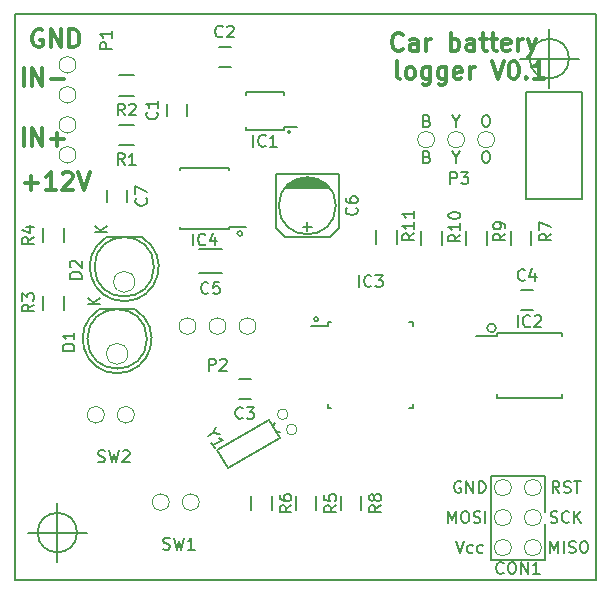
<source format=gto>
G04 #@! TF.FileFunction,Legend,Top*
%FSLAX46Y46*%
G04 Gerber Fmt 4.6, Leading zero omitted, Abs format (unit mm)*
G04 Created by KiCad (PCBNEW 4.0.2-4+6225~38~ubuntu14.04.1-stable) date Fri 13 May 2016 19:11:25 BST*
%MOMM*%
G01*
G04 APERTURE LIST*
%ADD10C,0.100000*%
%ADD11C,0.150000*%
%ADD12C,0.300000*%
%ADD13C,0.200000*%
G04 APERTURE END LIST*
D10*
D11*
X75192000Y-113481000D02*
X75319000Y-113481000D01*
X75192000Y-65602000D02*
X75192000Y-113481000D01*
X124341000Y-65602000D02*
X75192000Y-65602000D01*
X124341000Y-113481000D02*
X124341000Y-65602000D01*
X75319000Y-113481000D02*
X124341000Y-113481000D01*
D12*
X107985715Y-68535714D02*
X107914286Y-68607143D01*
X107700000Y-68678571D01*
X107557143Y-68678571D01*
X107342858Y-68607143D01*
X107200000Y-68464286D01*
X107128572Y-68321429D01*
X107057143Y-68035714D01*
X107057143Y-67821429D01*
X107128572Y-67535714D01*
X107200000Y-67392857D01*
X107342858Y-67250000D01*
X107557143Y-67178571D01*
X107700000Y-67178571D01*
X107914286Y-67250000D01*
X107985715Y-67321429D01*
X109271429Y-68678571D02*
X109271429Y-67892857D01*
X109200000Y-67750000D01*
X109057143Y-67678571D01*
X108771429Y-67678571D01*
X108628572Y-67750000D01*
X109271429Y-68607143D02*
X109128572Y-68678571D01*
X108771429Y-68678571D01*
X108628572Y-68607143D01*
X108557143Y-68464286D01*
X108557143Y-68321429D01*
X108628572Y-68178571D01*
X108771429Y-68107143D01*
X109128572Y-68107143D01*
X109271429Y-68035714D01*
X109985715Y-68678571D02*
X109985715Y-67678571D01*
X109985715Y-67964286D02*
X110057143Y-67821429D01*
X110128572Y-67750000D01*
X110271429Y-67678571D01*
X110414286Y-67678571D01*
X112057143Y-68678571D02*
X112057143Y-67178571D01*
X112057143Y-67750000D02*
X112200000Y-67678571D01*
X112485714Y-67678571D01*
X112628571Y-67750000D01*
X112700000Y-67821429D01*
X112771429Y-67964286D01*
X112771429Y-68392857D01*
X112700000Y-68535714D01*
X112628571Y-68607143D01*
X112485714Y-68678571D01*
X112200000Y-68678571D01*
X112057143Y-68607143D01*
X114057143Y-68678571D02*
X114057143Y-67892857D01*
X113985714Y-67750000D01*
X113842857Y-67678571D01*
X113557143Y-67678571D01*
X113414286Y-67750000D01*
X114057143Y-68607143D02*
X113914286Y-68678571D01*
X113557143Y-68678571D01*
X113414286Y-68607143D01*
X113342857Y-68464286D01*
X113342857Y-68321429D01*
X113414286Y-68178571D01*
X113557143Y-68107143D01*
X113914286Y-68107143D01*
X114057143Y-68035714D01*
X114557143Y-67678571D02*
X115128572Y-67678571D01*
X114771429Y-67178571D02*
X114771429Y-68464286D01*
X114842857Y-68607143D01*
X114985715Y-68678571D01*
X115128572Y-68678571D01*
X115414286Y-67678571D02*
X115985715Y-67678571D01*
X115628572Y-67178571D02*
X115628572Y-68464286D01*
X115700000Y-68607143D01*
X115842858Y-68678571D01*
X115985715Y-68678571D01*
X117057143Y-68607143D02*
X116914286Y-68678571D01*
X116628572Y-68678571D01*
X116485715Y-68607143D01*
X116414286Y-68464286D01*
X116414286Y-67892857D01*
X116485715Y-67750000D01*
X116628572Y-67678571D01*
X116914286Y-67678571D01*
X117057143Y-67750000D01*
X117128572Y-67892857D01*
X117128572Y-68035714D01*
X116414286Y-68178571D01*
X117771429Y-68678571D02*
X117771429Y-67678571D01*
X117771429Y-67964286D02*
X117842857Y-67821429D01*
X117914286Y-67750000D01*
X118057143Y-67678571D01*
X118200000Y-67678571D01*
X118557143Y-67678571D02*
X118914286Y-68678571D01*
X119271428Y-67678571D02*
X118914286Y-68678571D01*
X118771428Y-69035714D01*
X118700000Y-69107143D01*
X118557143Y-69178571D01*
X107735716Y-71078571D02*
X107592858Y-71007143D01*
X107521430Y-70864286D01*
X107521430Y-69578571D01*
X108521430Y-71078571D02*
X108378572Y-71007143D01*
X108307144Y-70935714D01*
X108235715Y-70792857D01*
X108235715Y-70364286D01*
X108307144Y-70221429D01*
X108378572Y-70150000D01*
X108521430Y-70078571D01*
X108735715Y-70078571D01*
X108878572Y-70150000D01*
X108950001Y-70221429D01*
X109021430Y-70364286D01*
X109021430Y-70792857D01*
X108950001Y-70935714D01*
X108878572Y-71007143D01*
X108735715Y-71078571D01*
X108521430Y-71078571D01*
X110307144Y-70078571D02*
X110307144Y-71292857D01*
X110235715Y-71435714D01*
X110164287Y-71507143D01*
X110021430Y-71578571D01*
X109807144Y-71578571D01*
X109664287Y-71507143D01*
X110307144Y-71007143D02*
X110164287Y-71078571D01*
X109878573Y-71078571D01*
X109735715Y-71007143D01*
X109664287Y-70935714D01*
X109592858Y-70792857D01*
X109592858Y-70364286D01*
X109664287Y-70221429D01*
X109735715Y-70150000D01*
X109878573Y-70078571D01*
X110164287Y-70078571D01*
X110307144Y-70150000D01*
X111664287Y-70078571D02*
X111664287Y-71292857D01*
X111592858Y-71435714D01*
X111521430Y-71507143D01*
X111378573Y-71578571D01*
X111164287Y-71578571D01*
X111021430Y-71507143D01*
X111664287Y-71007143D02*
X111521430Y-71078571D01*
X111235716Y-71078571D01*
X111092858Y-71007143D01*
X111021430Y-70935714D01*
X110950001Y-70792857D01*
X110950001Y-70364286D01*
X111021430Y-70221429D01*
X111092858Y-70150000D01*
X111235716Y-70078571D01*
X111521430Y-70078571D01*
X111664287Y-70150000D01*
X112950001Y-71007143D02*
X112807144Y-71078571D01*
X112521430Y-71078571D01*
X112378573Y-71007143D01*
X112307144Y-70864286D01*
X112307144Y-70292857D01*
X112378573Y-70150000D01*
X112521430Y-70078571D01*
X112807144Y-70078571D01*
X112950001Y-70150000D01*
X113021430Y-70292857D01*
X113021430Y-70435714D01*
X112307144Y-70578571D01*
X113664287Y-71078571D02*
X113664287Y-70078571D01*
X113664287Y-70364286D02*
X113735715Y-70221429D01*
X113807144Y-70150000D01*
X113950001Y-70078571D01*
X114092858Y-70078571D01*
X115521429Y-69578571D02*
X116021429Y-71078571D01*
X116521429Y-69578571D01*
X117307143Y-69578571D02*
X117450000Y-69578571D01*
X117592857Y-69650000D01*
X117664286Y-69721429D01*
X117735715Y-69864286D01*
X117807143Y-70150000D01*
X117807143Y-70507143D01*
X117735715Y-70792857D01*
X117664286Y-70935714D01*
X117592857Y-71007143D01*
X117450000Y-71078571D01*
X117307143Y-71078571D01*
X117164286Y-71007143D01*
X117092857Y-70935714D01*
X117021429Y-70792857D01*
X116950000Y-70507143D01*
X116950000Y-70150000D01*
X117021429Y-69864286D01*
X117092857Y-69721429D01*
X117164286Y-69650000D01*
X117307143Y-69578571D01*
X118450000Y-70935714D02*
X118521428Y-71007143D01*
X118450000Y-71078571D01*
X118378571Y-71007143D01*
X118450000Y-70935714D01*
X118450000Y-71078571D01*
X119950000Y-71078571D02*
X119092857Y-71078571D01*
X119521429Y-71078571D02*
X119521429Y-69578571D01*
X119378572Y-69792857D01*
X119235714Y-69935714D01*
X119092857Y-70007143D01*
D13*
X118400000Y-81200000D02*
X118400000Y-72200000D01*
X123200000Y-81200000D02*
X118400000Y-81200000D01*
X123200000Y-72200000D02*
X123200000Y-81200000D01*
X118400000Y-72200000D02*
X123200000Y-72200000D01*
D11*
X80406666Y-109474000D02*
G75*
G03X80406666Y-109474000I-1666666J0D01*
G01*
X76240000Y-109474000D02*
X81240000Y-109474000D01*
X78740000Y-106974000D02*
X78740000Y-111974000D01*
X122062666Y-69342000D02*
G75*
G03X122062666Y-69342000I-1666666J0D01*
G01*
X117896000Y-69342000D02*
X122896000Y-69342000D01*
X120396000Y-66842000D02*
X120396000Y-71842000D01*
D12*
X75882714Y-76751571D02*
X75882714Y-75251571D01*
X76597000Y-76751571D02*
X76597000Y-75251571D01*
X77454143Y-76751571D01*
X77454143Y-75251571D01*
X78168429Y-76180143D02*
X79311286Y-76180143D01*
X78739857Y-76751571D02*
X78739857Y-75608714D01*
X75882714Y-71671571D02*
X75882714Y-70171571D01*
X76597000Y-71671571D02*
X76597000Y-70171571D01*
X77454143Y-71671571D01*
X77454143Y-70171571D01*
X78168429Y-71100143D02*
X79311286Y-71100143D01*
X75970144Y-79863143D02*
X77113001Y-79863143D01*
X76541572Y-80434571D02*
X76541572Y-79291714D01*
X78613001Y-80434571D02*
X77755858Y-80434571D01*
X78184430Y-80434571D02*
X78184430Y-78934571D01*
X78041573Y-79148857D01*
X77898715Y-79291714D01*
X77755858Y-79363143D01*
X79184429Y-79077429D02*
X79255858Y-79006000D01*
X79398715Y-78934571D01*
X79755858Y-78934571D01*
X79898715Y-79006000D01*
X79970144Y-79077429D01*
X80041572Y-79220286D01*
X80041572Y-79363143D01*
X79970144Y-79577429D01*
X79113001Y-80434571D01*
X80041572Y-80434571D01*
X80470143Y-78934571D02*
X80970143Y-80434571D01*
X81470143Y-78934571D01*
X77470143Y-66941000D02*
X77327286Y-66869571D01*
X77113000Y-66869571D01*
X76898715Y-66941000D01*
X76755857Y-67083857D01*
X76684429Y-67226714D01*
X76613000Y-67512429D01*
X76613000Y-67726714D01*
X76684429Y-68012429D01*
X76755857Y-68155286D01*
X76898715Y-68298143D01*
X77113000Y-68369571D01*
X77255857Y-68369571D01*
X77470143Y-68298143D01*
X77541572Y-68226714D01*
X77541572Y-67726714D01*
X77255857Y-67726714D01*
X78184429Y-68369571D02*
X78184429Y-66869571D01*
X79041572Y-68369571D01*
X79041572Y-66869571D01*
X79755858Y-68369571D02*
X79755858Y-66869571D01*
X80113001Y-66869571D01*
X80327286Y-66941000D01*
X80470144Y-67083857D01*
X80541572Y-67226714D01*
X80613001Y-67512429D01*
X80613001Y-67726714D01*
X80541572Y-68012429D01*
X80470144Y-68155286D01*
X80327286Y-68298143D01*
X80113001Y-68369571D01*
X79755858Y-68369571D01*
D11*
X88050000Y-73200000D02*
X88050000Y-74200000D01*
X89750000Y-74200000D02*
X89750000Y-73200000D01*
X93400000Y-68350000D02*
X92400000Y-68350000D01*
X92400000Y-70050000D02*
X93400000Y-70050000D01*
X94100000Y-98150000D02*
X95100000Y-98150000D01*
X95100000Y-96450000D02*
X94100000Y-96450000D01*
X119000000Y-88950000D02*
X118000000Y-88950000D01*
X118000000Y-90650000D02*
X119000000Y-90650000D01*
X90700000Y-87525000D02*
X92700000Y-87525000D01*
X92700000Y-85475000D02*
X90700000Y-85475000D01*
X100535000Y-79514000D02*
X99138000Y-79514000D01*
X100789000Y-79641000D02*
X99011000Y-79641000D01*
X101170000Y-79768000D02*
X98630000Y-79768000D01*
X98503000Y-79895000D02*
X101297000Y-79895000D01*
X101424000Y-80022000D02*
X98376000Y-80022000D01*
X98249000Y-80149000D02*
X101551000Y-80149000D01*
X101678000Y-80276000D02*
X98122000Y-80276000D01*
X102567000Y-79133000D02*
X102567000Y-83705000D01*
X102567000Y-83705000D02*
X101805000Y-84467000D01*
X101805000Y-84467000D02*
X97995000Y-84467000D01*
X97995000Y-84467000D02*
X97233000Y-83705000D01*
X97233000Y-83705000D02*
X97233000Y-79133000D01*
X97233000Y-79133000D02*
X102567000Y-79133000D01*
X99900000Y-83959000D02*
X99900000Y-83197000D01*
X100281000Y-83578000D02*
X99519000Y-83578000D01*
X102313000Y-81800000D02*
G75*
G03X102313000Y-81800000I-2413000J0D01*
G01*
X84650000Y-81500000D02*
X84650000Y-80500000D01*
X82950000Y-80500000D02*
X82950000Y-81500000D01*
X120016000Y-108708000D02*
X120016000Y-111756000D01*
X120016000Y-111756000D02*
X115444000Y-111756000D01*
X115444000Y-111756000D02*
X115444000Y-104644000D01*
X115444000Y-104644000D02*
X120016000Y-104644000D01*
X120016000Y-104644000D02*
X120016000Y-107692000D01*
X82275096Y-90585112D02*
G75*
G03X85300000Y-90570000I1524904J-2484888D01*
G01*
X82300000Y-90570000D02*
X85300000Y-90570000D01*
X86317936Y-93070000D02*
G75*
G03X86317936Y-93070000I-2517936J0D01*
G01*
X82875096Y-84485112D02*
G75*
G03X85900000Y-84470000I1524904J-2484888D01*
G01*
X82900000Y-84470000D02*
X85900000Y-84470000D01*
X86917936Y-86970000D02*
G75*
G03X86917936Y-86970000I-2517936J0D01*
G01*
X98508114Y-75550000D02*
G75*
G03X98508114Y-75550000I-158114J0D01*
G01*
X97925000Y-75425000D02*
X97925000Y-75150000D01*
X94675000Y-75425000D02*
X94675000Y-75150000D01*
X94675000Y-72175000D02*
X94675000Y-72450000D01*
X97925000Y-72175000D02*
X97925000Y-72450000D01*
X97925000Y-75425000D02*
X94675000Y-75425000D01*
X97925000Y-72175000D02*
X94675000Y-72175000D01*
X97925000Y-75150000D02*
X99000000Y-75150000D01*
X115860555Y-92150000D02*
G75*
G03X115860555Y-92150000I-360555J0D01*
G01*
X115950000Y-92545000D02*
X115950000Y-92845000D01*
X121450000Y-92545000D02*
X121450000Y-92845000D01*
X121450000Y-98055000D02*
X121450000Y-97755000D01*
X115950000Y-98055000D02*
X115950000Y-97755000D01*
X115950000Y-92545000D02*
X121450000Y-92545000D01*
X115950000Y-98055000D02*
X121450000Y-98055000D01*
X115950000Y-92845000D02*
X114200000Y-92845000D01*
X100830278Y-91400000D02*
G75*
G03X100830278Y-91400000I-180278J0D01*
G01*
X101625000Y-91675000D02*
X101625000Y-92000000D01*
X108875000Y-91675000D02*
X108875000Y-92000000D01*
X108875000Y-98925000D02*
X108875000Y-98600000D01*
X101625000Y-98925000D02*
X101625000Y-98600000D01*
X101625000Y-91675000D02*
X101950000Y-91675000D01*
X101625000Y-98925000D02*
X101950000Y-98925000D01*
X108875000Y-98925000D02*
X108550000Y-98925000D01*
X108875000Y-91675000D02*
X108550000Y-91675000D01*
X101625000Y-92000000D02*
X100200000Y-92000000D01*
X94412132Y-84150000D02*
G75*
G03X94412132Y-84150000I-212132J0D01*
G01*
X93275000Y-83775000D02*
X93275000Y-83630000D01*
X89125000Y-83775000D02*
X89125000Y-83630000D01*
X89125000Y-78625000D02*
X89125000Y-78770000D01*
X93275000Y-78625000D02*
X93275000Y-78770000D01*
X93275000Y-83775000D02*
X89125000Y-83775000D01*
X93275000Y-78625000D02*
X89125000Y-78625000D01*
X93275000Y-83630000D02*
X94675000Y-83630000D01*
X84000000Y-74925000D02*
X85200000Y-74925000D01*
X85200000Y-76675000D02*
X84000000Y-76675000D01*
X84000000Y-70725000D02*
X85200000Y-70725000D01*
X85200000Y-72475000D02*
X84000000Y-72475000D01*
X79275000Y-89400000D02*
X79275000Y-90600000D01*
X77525000Y-90600000D02*
X77525000Y-89400000D01*
X79275000Y-83700000D02*
X79275000Y-84900000D01*
X77525000Y-84900000D02*
X77525000Y-83700000D01*
X98925000Y-107600000D02*
X98925000Y-106400000D01*
X100675000Y-106400000D02*
X100675000Y-107600000D01*
X95125000Y-107600000D02*
X95125000Y-106400000D01*
X96875000Y-106400000D02*
X96875000Y-107600000D01*
X117125000Y-85100000D02*
X117125000Y-83900000D01*
X118875000Y-83900000D02*
X118875000Y-85100000D01*
X102725000Y-107600000D02*
X102725000Y-106400000D01*
X104475000Y-106400000D02*
X104475000Y-107600000D01*
X113325000Y-85100000D02*
X113325000Y-83900000D01*
X115075000Y-83900000D02*
X115075000Y-85100000D01*
X109525000Y-85100000D02*
X109525000Y-83900000D01*
X111275000Y-83900000D02*
X111275000Y-85100000D01*
X105725000Y-85050000D02*
X105725000Y-83850000D01*
X107475000Y-83850000D02*
X107475000Y-85050000D01*
X97267605Y-100984405D02*
X97576701Y-100920334D01*
X96967885Y-100465275D02*
X97177921Y-100229626D01*
X96668165Y-99946145D02*
X92295153Y-102470905D01*
X92295153Y-102470905D02*
X93194313Y-104028295D01*
X93194313Y-104028295D02*
X97567325Y-101503535D01*
X96668165Y-99946145D02*
X97567325Y-101503535D01*
D10*
X119712000Y-108200000D02*
G75*
G03X119712000Y-108200000I-712000J0D01*
G01*
X119712000Y-110740000D02*
G75*
G03X119712000Y-110740000I-712000J0D01*
G01*
X119712000Y-105660000D02*
G75*
G03X119712000Y-105660000I-712000J0D01*
G01*
X117172000Y-105660000D02*
G75*
G03X117172000Y-105660000I-712000J0D01*
G01*
X117172000Y-108200000D02*
G75*
G03X117172000Y-108200000I-712000J0D01*
G01*
X117172000Y-110740000D02*
G75*
G03X117172000Y-110740000I-712000J0D01*
G01*
X84700000Y-94340000D02*
G75*
G03X84700000Y-94340000I-900000J0D01*
G01*
X85300000Y-88240000D02*
G75*
G03X85300000Y-88240000I-900000J0D01*
G01*
X80312000Y-69860000D02*
G75*
G03X80312000Y-69860000I-712000J0D01*
G01*
X80312000Y-72400000D02*
G75*
G03X80312000Y-72400000I-712000J0D01*
G01*
X80312000Y-74940000D02*
G75*
G03X80312000Y-74940000I-712000J0D01*
G01*
X80312000Y-77480000D02*
G75*
G03X80312000Y-77480000I-712000J0D01*
G01*
X95552000Y-92000000D02*
G75*
G03X95552000Y-92000000I-712000J0D01*
G01*
X93012000Y-92000000D02*
G75*
G03X93012000Y-92000000I-712000J0D01*
G01*
X90472000Y-92000000D02*
G75*
G03X90472000Y-92000000I-712000J0D01*
G01*
X110672000Y-76200000D02*
G75*
G03X110672000Y-76200000I-712000J0D01*
G01*
X113212000Y-76200000D02*
G75*
G03X113212000Y-76200000I-712000J0D01*
G01*
X115752000Y-76200000D02*
G75*
G03X115752000Y-76200000I-712000J0D01*
G01*
X88212000Y-106900000D02*
G75*
G03X88212000Y-106900000I-712000J0D01*
G01*
X90752000Y-106900000D02*
G75*
G03X90752000Y-106900000I-712000J0D01*
G01*
X82712000Y-99500000D02*
G75*
G03X82712000Y-99500000I-712000J0D01*
G01*
X85252000Y-99500000D02*
G75*
G03X85252000Y-99500000I-712000J0D01*
G01*
X99025030Y-100748913D02*
G75*
G03X99025030Y-100748913I-450380J0D01*
G01*
X98275730Y-99451087D02*
G75*
G03X98275730Y-99451087I-450380J0D01*
G01*
D11*
X87157143Y-73866666D02*
X87204762Y-73914285D01*
X87252381Y-74057142D01*
X87252381Y-74152380D01*
X87204762Y-74295238D01*
X87109524Y-74390476D01*
X87014286Y-74438095D01*
X86823810Y-74485714D01*
X86680952Y-74485714D01*
X86490476Y-74438095D01*
X86395238Y-74390476D01*
X86300000Y-74295238D01*
X86252381Y-74152380D01*
X86252381Y-74057142D01*
X86300000Y-73914285D01*
X86347619Y-73866666D01*
X87252381Y-72914285D02*
X87252381Y-73485714D01*
X87252381Y-73200000D02*
X86252381Y-73200000D01*
X86395238Y-73295238D01*
X86490476Y-73390476D01*
X86538095Y-73485714D01*
X92733334Y-67457143D02*
X92685715Y-67504762D01*
X92542858Y-67552381D01*
X92447620Y-67552381D01*
X92304762Y-67504762D01*
X92209524Y-67409524D01*
X92161905Y-67314286D01*
X92114286Y-67123810D01*
X92114286Y-66980952D01*
X92161905Y-66790476D01*
X92209524Y-66695238D01*
X92304762Y-66600000D01*
X92447620Y-66552381D01*
X92542858Y-66552381D01*
X92685715Y-66600000D01*
X92733334Y-66647619D01*
X93114286Y-66647619D02*
X93161905Y-66600000D01*
X93257143Y-66552381D01*
X93495239Y-66552381D01*
X93590477Y-66600000D01*
X93638096Y-66647619D01*
X93685715Y-66742857D01*
X93685715Y-66838095D01*
X93638096Y-66980952D01*
X93066667Y-67552381D01*
X93685715Y-67552381D01*
X94433334Y-99757143D02*
X94385715Y-99804762D01*
X94242858Y-99852381D01*
X94147620Y-99852381D01*
X94004762Y-99804762D01*
X93909524Y-99709524D01*
X93861905Y-99614286D01*
X93814286Y-99423810D01*
X93814286Y-99280952D01*
X93861905Y-99090476D01*
X93909524Y-98995238D01*
X94004762Y-98900000D01*
X94147620Y-98852381D01*
X94242858Y-98852381D01*
X94385715Y-98900000D01*
X94433334Y-98947619D01*
X94766667Y-98852381D02*
X95385715Y-98852381D01*
X95052381Y-99233333D01*
X95195239Y-99233333D01*
X95290477Y-99280952D01*
X95338096Y-99328571D01*
X95385715Y-99423810D01*
X95385715Y-99661905D01*
X95338096Y-99757143D01*
X95290477Y-99804762D01*
X95195239Y-99852381D01*
X94909524Y-99852381D01*
X94814286Y-99804762D01*
X94766667Y-99757143D01*
X118333334Y-88057143D02*
X118285715Y-88104762D01*
X118142858Y-88152381D01*
X118047620Y-88152381D01*
X117904762Y-88104762D01*
X117809524Y-88009524D01*
X117761905Y-87914286D01*
X117714286Y-87723810D01*
X117714286Y-87580952D01*
X117761905Y-87390476D01*
X117809524Y-87295238D01*
X117904762Y-87200000D01*
X118047620Y-87152381D01*
X118142858Y-87152381D01*
X118285715Y-87200000D01*
X118333334Y-87247619D01*
X119190477Y-87485714D02*
X119190477Y-88152381D01*
X118952381Y-87104762D02*
X118714286Y-87819048D01*
X119333334Y-87819048D01*
X91533334Y-89157143D02*
X91485715Y-89204762D01*
X91342858Y-89252381D01*
X91247620Y-89252381D01*
X91104762Y-89204762D01*
X91009524Y-89109524D01*
X90961905Y-89014286D01*
X90914286Y-88823810D01*
X90914286Y-88680952D01*
X90961905Y-88490476D01*
X91009524Y-88395238D01*
X91104762Y-88300000D01*
X91247620Y-88252381D01*
X91342858Y-88252381D01*
X91485715Y-88300000D01*
X91533334Y-88347619D01*
X92438096Y-88252381D02*
X91961905Y-88252381D01*
X91914286Y-88728571D01*
X91961905Y-88680952D01*
X92057143Y-88633333D01*
X92295239Y-88633333D01*
X92390477Y-88680952D01*
X92438096Y-88728571D01*
X92485715Y-88823810D01*
X92485715Y-89061905D01*
X92438096Y-89157143D01*
X92390477Y-89204762D01*
X92295239Y-89252381D01*
X92057143Y-89252381D01*
X91961905Y-89204762D01*
X91914286Y-89157143D01*
X104067143Y-81966666D02*
X104114762Y-82014285D01*
X104162381Y-82157142D01*
X104162381Y-82252380D01*
X104114762Y-82395238D01*
X104019524Y-82490476D01*
X103924286Y-82538095D01*
X103733810Y-82585714D01*
X103590952Y-82585714D01*
X103400476Y-82538095D01*
X103305238Y-82490476D01*
X103210000Y-82395238D01*
X103162381Y-82252380D01*
X103162381Y-82157142D01*
X103210000Y-82014285D01*
X103257619Y-81966666D01*
X103162381Y-81109523D02*
X103162381Y-81300000D01*
X103210000Y-81395238D01*
X103257619Y-81442857D01*
X103400476Y-81538095D01*
X103590952Y-81585714D01*
X103971905Y-81585714D01*
X104067143Y-81538095D01*
X104114762Y-81490476D01*
X104162381Y-81395238D01*
X104162381Y-81204761D01*
X104114762Y-81109523D01*
X104067143Y-81061904D01*
X103971905Y-81014285D01*
X103733810Y-81014285D01*
X103638571Y-81061904D01*
X103590952Y-81109523D01*
X103543333Y-81204761D01*
X103543333Y-81395238D01*
X103590952Y-81490476D01*
X103638571Y-81538095D01*
X103733810Y-81585714D01*
X86257143Y-81166666D02*
X86304762Y-81214285D01*
X86352381Y-81357142D01*
X86352381Y-81452380D01*
X86304762Y-81595238D01*
X86209524Y-81690476D01*
X86114286Y-81738095D01*
X85923810Y-81785714D01*
X85780952Y-81785714D01*
X85590476Y-81738095D01*
X85495238Y-81690476D01*
X85400000Y-81595238D01*
X85352381Y-81452380D01*
X85352381Y-81357142D01*
X85400000Y-81214285D01*
X85447619Y-81166666D01*
X85352381Y-80833333D02*
X85352381Y-80166666D01*
X86352381Y-80595238D01*
X116515715Y-112875143D02*
X116468096Y-112922762D01*
X116325239Y-112970381D01*
X116230001Y-112970381D01*
X116087143Y-112922762D01*
X115991905Y-112827524D01*
X115944286Y-112732286D01*
X115896667Y-112541810D01*
X115896667Y-112398952D01*
X115944286Y-112208476D01*
X115991905Y-112113238D01*
X116087143Y-112018000D01*
X116230001Y-111970381D01*
X116325239Y-111970381D01*
X116468096Y-112018000D01*
X116515715Y-112065619D01*
X117134762Y-111970381D02*
X117325239Y-111970381D01*
X117420477Y-112018000D01*
X117515715Y-112113238D01*
X117563334Y-112303714D01*
X117563334Y-112637048D01*
X117515715Y-112827524D01*
X117420477Y-112922762D01*
X117325239Y-112970381D01*
X117134762Y-112970381D01*
X117039524Y-112922762D01*
X116944286Y-112827524D01*
X116896667Y-112637048D01*
X116896667Y-112303714D01*
X116944286Y-112113238D01*
X117039524Y-112018000D01*
X117134762Y-111970381D01*
X117991905Y-112970381D02*
X117991905Y-111970381D01*
X118563334Y-112970381D01*
X118563334Y-111970381D01*
X119563334Y-112970381D02*
X118991905Y-112970381D01*
X119277619Y-112970381D02*
X119277619Y-111970381D01*
X119182381Y-112113238D01*
X119087143Y-112208476D01*
X118991905Y-112256095D01*
X121246381Y-106112381D02*
X120913047Y-105636190D01*
X120674952Y-106112381D02*
X120674952Y-105112381D01*
X121055905Y-105112381D01*
X121151143Y-105160000D01*
X121198762Y-105207619D01*
X121246381Y-105302857D01*
X121246381Y-105445714D01*
X121198762Y-105540952D01*
X121151143Y-105588571D01*
X121055905Y-105636190D01*
X120674952Y-105636190D01*
X121627333Y-106064762D02*
X121770190Y-106112381D01*
X122008286Y-106112381D01*
X122103524Y-106064762D01*
X122151143Y-106017143D01*
X122198762Y-105921905D01*
X122198762Y-105826667D01*
X122151143Y-105731429D01*
X122103524Y-105683810D01*
X122008286Y-105636190D01*
X121817809Y-105588571D01*
X121722571Y-105540952D01*
X121674952Y-105493333D01*
X121627333Y-105398095D01*
X121627333Y-105302857D01*
X121674952Y-105207619D01*
X121722571Y-105160000D01*
X121817809Y-105112381D01*
X122055905Y-105112381D01*
X122198762Y-105160000D01*
X122484476Y-105112381D02*
X123055905Y-105112381D01*
X122770190Y-106112381D02*
X122770190Y-105112381D01*
X120508286Y-108604762D02*
X120651143Y-108652381D01*
X120889239Y-108652381D01*
X120984477Y-108604762D01*
X121032096Y-108557143D01*
X121079715Y-108461905D01*
X121079715Y-108366667D01*
X121032096Y-108271429D01*
X120984477Y-108223810D01*
X120889239Y-108176190D01*
X120698762Y-108128571D01*
X120603524Y-108080952D01*
X120555905Y-108033333D01*
X120508286Y-107938095D01*
X120508286Y-107842857D01*
X120555905Y-107747619D01*
X120603524Y-107700000D01*
X120698762Y-107652381D01*
X120936858Y-107652381D01*
X121079715Y-107700000D01*
X122079715Y-108557143D02*
X122032096Y-108604762D01*
X121889239Y-108652381D01*
X121794001Y-108652381D01*
X121651143Y-108604762D01*
X121555905Y-108509524D01*
X121508286Y-108414286D01*
X121460667Y-108223810D01*
X121460667Y-108080952D01*
X121508286Y-107890476D01*
X121555905Y-107795238D01*
X121651143Y-107700000D01*
X121794001Y-107652381D01*
X121889239Y-107652381D01*
X122032096Y-107700000D01*
X122079715Y-107747619D01*
X122508286Y-108652381D02*
X122508286Y-107652381D01*
X123079715Y-108652381D02*
X122651143Y-108080952D01*
X123079715Y-107652381D02*
X122508286Y-108223810D01*
X120476572Y-111192381D02*
X120476572Y-110192381D01*
X120809906Y-110906667D01*
X121143239Y-110192381D01*
X121143239Y-111192381D01*
X121619429Y-111192381D02*
X121619429Y-110192381D01*
X122048000Y-111144762D02*
X122190857Y-111192381D01*
X122428953Y-111192381D01*
X122524191Y-111144762D01*
X122571810Y-111097143D01*
X122619429Y-111001905D01*
X122619429Y-110906667D01*
X122571810Y-110811429D01*
X122524191Y-110763810D01*
X122428953Y-110716190D01*
X122238476Y-110668571D01*
X122143238Y-110620952D01*
X122095619Y-110573333D01*
X122048000Y-110478095D01*
X122048000Y-110382857D01*
X122095619Y-110287619D01*
X122143238Y-110240000D01*
X122238476Y-110192381D01*
X122476572Y-110192381D01*
X122619429Y-110240000D01*
X123238476Y-110192381D02*
X123428953Y-110192381D01*
X123524191Y-110240000D01*
X123619429Y-110335238D01*
X123667048Y-110525714D01*
X123667048Y-110859048D01*
X123619429Y-111049524D01*
X123524191Y-111144762D01*
X123428953Y-111192381D01*
X123238476Y-111192381D01*
X123143238Y-111144762D01*
X123048000Y-111049524D01*
X123000381Y-110859048D01*
X123000381Y-110525714D01*
X123048000Y-110335238D01*
X123143238Y-110240000D01*
X123238476Y-110192381D01*
X112904096Y-105160000D02*
X112808858Y-105112381D01*
X112666001Y-105112381D01*
X112523143Y-105160000D01*
X112427905Y-105255238D01*
X112380286Y-105350476D01*
X112332667Y-105540952D01*
X112332667Y-105683810D01*
X112380286Y-105874286D01*
X112427905Y-105969524D01*
X112523143Y-106064762D01*
X112666001Y-106112381D01*
X112761239Y-106112381D01*
X112904096Y-106064762D01*
X112951715Y-106017143D01*
X112951715Y-105683810D01*
X112761239Y-105683810D01*
X113380286Y-106112381D02*
X113380286Y-105112381D01*
X113951715Y-106112381D01*
X113951715Y-105112381D01*
X114427905Y-106112381D02*
X114427905Y-105112381D01*
X114666000Y-105112381D01*
X114808858Y-105160000D01*
X114904096Y-105255238D01*
X114951715Y-105350476D01*
X114999334Y-105540952D01*
X114999334Y-105683810D01*
X114951715Y-105874286D01*
X114904096Y-105969524D01*
X114808858Y-106064762D01*
X114666000Y-106112381D01*
X114427905Y-106112381D01*
X111840572Y-108652381D02*
X111840572Y-107652381D01*
X112173906Y-108366667D01*
X112507239Y-107652381D01*
X112507239Y-108652381D01*
X113173905Y-107652381D02*
X113364382Y-107652381D01*
X113459620Y-107700000D01*
X113554858Y-107795238D01*
X113602477Y-107985714D01*
X113602477Y-108319048D01*
X113554858Y-108509524D01*
X113459620Y-108604762D01*
X113364382Y-108652381D01*
X113173905Y-108652381D01*
X113078667Y-108604762D01*
X112983429Y-108509524D01*
X112935810Y-108319048D01*
X112935810Y-107985714D01*
X112983429Y-107795238D01*
X113078667Y-107700000D01*
X113173905Y-107652381D01*
X113983429Y-108604762D02*
X114126286Y-108652381D01*
X114364382Y-108652381D01*
X114459620Y-108604762D01*
X114507239Y-108557143D01*
X114554858Y-108461905D01*
X114554858Y-108366667D01*
X114507239Y-108271429D01*
X114459620Y-108223810D01*
X114364382Y-108176190D01*
X114173905Y-108128571D01*
X114078667Y-108080952D01*
X114031048Y-108033333D01*
X113983429Y-107938095D01*
X113983429Y-107842857D01*
X114031048Y-107747619D01*
X114078667Y-107700000D01*
X114173905Y-107652381D01*
X114412001Y-107652381D01*
X114554858Y-107700000D01*
X114983429Y-108652381D02*
X114983429Y-107652381D01*
X112475524Y-110192381D02*
X112808857Y-111192381D01*
X113142191Y-110192381D01*
X113904096Y-111144762D02*
X113808858Y-111192381D01*
X113618381Y-111192381D01*
X113523143Y-111144762D01*
X113475524Y-111097143D01*
X113427905Y-111001905D01*
X113427905Y-110716190D01*
X113475524Y-110620952D01*
X113523143Y-110573333D01*
X113618381Y-110525714D01*
X113808858Y-110525714D01*
X113904096Y-110573333D01*
X114761239Y-111144762D02*
X114666001Y-111192381D01*
X114475524Y-111192381D01*
X114380286Y-111144762D01*
X114332667Y-111097143D01*
X114285048Y-111001905D01*
X114285048Y-110716190D01*
X114332667Y-110620952D01*
X114380286Y-110573333D01*
X114475524Y-110525714D01*
X114666001Y-110525714D01*
X114761239Y-110573333D01*
X80188381Y-94062095D02*
X79188381Y-94062095D01*
X79188381Y-93824000D01*
X79236000Y-93681142D01*
X79331238Y-93585904D01*
X79426476Y-93538285D01*
X79616952Y-93490666D01*
X79759810Y-93490666D01*
X79950286Y-93538285D01*
X80045524Y-93585904D01*
X80140762Y-93681142D01*
X80188381Y-93824000D01*
X80188381Y-94062095D01*
X80188381Y-92538285D02*
X80188381Y-93109714D01*
X80188381Y-92824000D02*
X79188381Y-92824000D01*
X79331238Y-92919238D01*
X79426476Y-93014476D01*
X79474095Y-93109714D01*
X82347381Y-90156905D02*
X81347381Y-90156905D01*
X82347381Y-89585476D02*
X81775952Y-90014048D01*
X81347381Y-89585476D02*
X81918810Y-90156905D01*
X80788381Y-87962095D02*
X79788381Y-87962095D01*
X79788381Y-87724000D01*
X79836000Y-87581142D01*
X79931238Y-87485904D01*
X80026476Y-87438285D01*
X80216952Y-87390666D01*
X80359810Y-87390666D01*
X80550286Y-87438285D01*
X80645524Y-87485904D01*
X80740762Y-87581142D01*
X80788381Y-87724000D01*
X80788381Y-87962095D01*
X79883619Y-87009714D02*
X79836000Y-86962095D01*
X79788381Y-86866857D01*
X79788381Y-86628761D01*
X79836000Y-86533523D01*
X79883619Y-86485904D01*
X79978857Y-86438285D01*
X80074095Y-86438285D01*
X80216952Y-86485904D01*
X80788381Y-87057333D01*
X80788381Y-86438285D01*
X82947381Y-84056905D02*
X81947381Y-84056905D01*
X82947381Y-83485476D02*
X82375952Y-83914048D01*
X81947381Y-83485476D02*
X82518810Y-84056905D01*
X95323810Y-76802381D02*
X95323810Y-75802381D01*
X96371429Y-76707143D02*
X96323810Y-76754762D01*
X96180953Y-76802381D01*
X96085715Y-76802381D01*
X95942857Y-76754762D01*
X95847619Y-76659524D01*
X95800000Y-76564286D01*
X95752381Y-76373810D01*
X95752381Y-76230952D01*
X95800000Y-76040476D01*
X95847619Y-75945238D01*
X95942857Y-75850000D01*
X96085715Y-75802381D01*
X96180953Y-75802381D01*
X96323810Y-75850000D01*
X96371429Y-75897619D01*
X97323810Y-76802381D02*
X96752381Y-76802381D01*
X97038095Y-76802381D02*
X97038095Y-75802381D01*
X96942857Y-75945238D01*
X96847619Y-76040476D01*
X96752381Y-76088095D01*
X117723810Y-92072381D02*
X117723810Y-91072381D01*
X118771429Y-91977143D02*
X118723810Y-92024762D01*
X118580953Y-92072381D01*
X118485715Y-92072381D01*
X118342857Y-92024762D01*
X118247619Y-91929524D01*
X118200000Y-91834286D01*
X118152381Y-91643810D01*
X118152381Y-91500952D01*
X118200000Y-91310476D01*
X118247619Y-91215238D01*
X118342857Y-91120000D01*
X118485715Y-91072381D01*
X118580953Y-91072381D01*
X118723810Y-91120000D01*
X118771429Y-91167619D01*
X119152381Y-91167619D02*
X119200000Y-91120000D01*
X119295238Y-91072381D01*
X119533334Y-91072381D01*
X119628572Y-91120000D01*
X119676191Y-91167619D01*
X119723810Y-91262857D01*
X119723810Y-91358095D01*
X119676191Y-91500952D01*
X119104762Y-92072381D01*
X119723810Y-92072381D01*
X104273810Y-88672381D02*
X104273810Y-87672381D01*
X105321429Y-88577143D02*
X105273810Y-88624762D01*
X105130953Y-88672381D01*
X105035715Y-88672381D01*
X104892857Y-88624762D01*
X104797619Y-88529524D01*
X104750000Y-88434286D01*
X104702381Y-88243810D01*
X104702381Y-88100952D01*
X104750000Y-87910476D01*
X104797619Y-87815238D01*
X104892857Y-87720000D01*
X105035715Y-87672381D01*
X105130953Y-87672381D01*
X105273810Y-87720000D01*
X105321429Y-87767619D01*
X105654762Y-87672381D02*
X106273810Y-87672381D01*
X105940476Y-88053333D01*
X106083334Y-88053333D01*
X106178572Y-88100952D01*
X106226191Y-88148571D01*
X106273810Y-88243810D01*
X106273810Y-88481905D01*
X106226191Y-88577143D01*
X106178572Y-88624762D01*
X106083334Y-88672381D01*
X105797619Y-88672381D01*
X105702381Y-88624762D01*
X105654762Y-88577143D01*
X90223810Y-85152381D02*
X90223810Y-84152381D01*
X91271429Y-85057143D02*
X91223810Y-85104762D01*
X91080953Y-85152381D01*
X90985715Y-85152381D01*
X90842857Y-85104762D01*
X90747619Y-85009524D01*
X90700000Y-84914286D01*
X90652381Y-84723810D01*
X90652381Y-84580952D01*
X90700000Y-84390476D01*
X90747619Y-84295238D01*
X90842857Y-84200000D01*
X90985715Y-84152381D01*
X91080953Y-84152381D01*
X91223810Y-84200000D01*
X91271429Y-84247619D01*
X92128572Y-84485714D02*
X92128572Y-85152381D01*
X91890476Y-84104762D02*
X91652381Y-84819048D01*
X92271429Y-84819048D01*
X83352381Y-68538095D02*
X82352381Y-68538095D01*
X82352381Y-68157142D01*
X82400000Y-68061904D01*
X82447619Y-68014285D01*
X82542857Y-67966666D01*
X82685714Y-67966666D01*
X82780952Y-68014285D01*
X82828571Y-68061904D01*
X82876190Y-68157142D01*
X82876190Y-68538095D01*
X83352381Y-67014285D02*
X83352381Y-67585714D01*
X83352381Y-67300000D02*
X82352381Y-67300000D01*
X82495238Y-67395238D01*
X82590476Y-67490476D01*
X82638095Y-67585714D01*
X91561905Y-95754381D02*
X91561905Y-94754381D01*
X91942858Y-94754381D01*
X92038096Y-94802000D01*
X92085715Y-94849619D01*
X92133334Y-94944857D01*
X92133334Y-95087714D01*
X92085715Y-95182952D01*
X92038096Y-95230571D01*
X91942858Y-95278190D01*
X91561905Y-95278190D01*
X92514286Y-94849619D02*
X92561905Y-94802000D01*
X92657143Y-94754381D01*
X92895239Y-94754381D01*
X92990477Y-94802000D01*
X93038096Y-94849619D01*
X93085715Y-94944857D01*
X93085715Y-95040095D01*
X93038096Y-95182952D01*
X92466667Y-95754381D01*
X93085715Y-95754381D01*
X112015905Y-79954381D02*
X112015905Y-78954381D01*
X112396858Y-78954381D01*
X112492096Y-79002000D01*
X112539715Y-79049619D01*
X112587334Y-79144857D01*
X112587334Y-79287714D01*
X112539715Y-79382952D01*
X112492096Y-79430571D01*
X112396858Y-79478190D01*
X112015905Y-79478190D01*
X112920667Y-78954381D02*
X113539715Y-78954381D01*
X113206381Y-79335333D01*
X113349239Y-79335333D01*
X113444477Y-79382952D01*
X113492096Y-79430571D01*
X113539715Y-79525810D01*
X113539715Y-79763905D01*
X113492096Y-79859143D01*
X113444477Y-79906762D01*
X113349239Y-79954381D01*
X113063524Y-79954381D01*
X112968286Y-79906762D01*
X112920667Y-79859143D01*
X114944762Y-74128381D02*
X115135239Y-74128381D01*
X115230477Y-74176000D01*
X115325715Y-74271238D01*
X115373334Y-74461714D01*
X115373334Y-74795048D01*
X115325715Y-74985524D01*
X115230477Y-75080762D01*
X115135239Y-75128381D01*
X114944762Y-75128381D01*
X114849524Y-75080762D01*
X114754286Y-74985524D01*
X114706667Y-74795048D01*
X114706667Y-74461714D01*
X114754286Y-74271238D01*
X114849524Y-74176000D01*
X114944762Y-74128381D01*
X112500000Y-74652190D02*
X112500000Y-75128381D01*
X112166667Y-74128381D02*
X112500000Y-74652190D01*
X112833334Y-74128381D01*
X110031429Y-74604571D02*
X110174286Y-74652190D01*
X110221905Y-74699810D01*
X110269524Y-74795048D01*
X110269524Y-74937905D01*
X110221905Y-75033143D01*
X110174286Y-75080762D01*
X110079048Y-75128381D01*
X109698095Y-75128381D01*
X109698095Y-74128381D01*
X110031429Y-74128381D01*
X110126667Y-74176000D01*
X110174286Y-74223619D01*
X110221905Y-74318857D01*
X110221905Y-74414095D01*
X110174286Y-74509333D01*
X110126667Y-74556952D01*
X110031429Y-74604571D01*
X109698095Y-74604571D01*
X114944762Y-77176381D02*
X115135239Y-77176381D01*
X115230477Y-77224000D01*
X115325715Y-77319238D01*
X115373334Y-77509714D01*
X115373334Y-77843048D01*
X115325715Y-78033524D01*
X115230477Y-78128762D01*
X115135239Y-78176381D01*
X114944762Y-78176381D01*
X114849524Y-78128762D01*
X114754286Y-78033524D01*
X114706667Y-77843048D01*
X114706667Y-77509714D01*
X114754286Y-77319238D01*
X114849524Y-77224000D01*
X114944762Y-77176381D01*
X112500000Y-77700190D02*
X112500000Y-78176381D01*
X112166667Y-77176381D02*
X112500000Y-77700190D01*
X112833334Y-77176381D01*
X110031429Y-77652571D02*
X110174286Y-77700190D01*
X110221905Y-77747810D01*
X110269524Y-77843048D01*
X110269524Y-77985905D01*
X110221905Y-78081143D01*
X110174286Y-78128762D01*
X110079048Y-78176381D01*
X109698095Y-78176381D01*
X109698095Y-77176381D01*
X110031429Y-77176381D01*
X110126667Y-77224000D01*
X110174286Y-77271619D01*
X110221905Y-77366857D01*
X110221905Y-77462095D01*
X110174286Y-77557333D01*
X110126667Y-77604952D01*
X110031429Y-77652571D01*
X109698095Y-77652571D01*
X84433334Y-78352381D02*
X84100000Y-77876190D01*
X83861905Y-78352381D02*
X83861905Y-77352381D01*
X84242858Y-77352381D01*
X84338096Y-77400000D01*
X84385715Y-77447619D01*
X84433334Y-77542857D01*
X84433334Y-77685714D01*
X84385715Y-77780952D01*
X84338096Y-77828571D01*
X84242858Y-77876190D01*
X83861905Y-77876190D01*
X85385715Y-78352381D02*
X84814286Y-78352381D01*
X85100000Y-78352381D02*
X85100000Y-77352381D01*
X85004762Y-77495238D01*
X84909524Y-77590476D01*
X84814286Y-77638095D01*
X84433334Y-74152381D02*
X84100000Y-73676190D01*
X83861905Y-74152381D02*
X83861905Y-73152381D01*
X84242858Y-73152381D01*
X84338096Y-73200000D01*
X84385715Y-73247619D01*
X84433334Y-73342857D01*
X84433334Y-73485714D01*
X84385715Y-73580952D01*
X84338096Y-73628571D01*
X84242858Y-73676190D01*
X83861905Y-73676190D01*
X84814286Y-73247619D02*
X84861905Y-73200000D01*
X84957143Y-73152381D01*
X85195239Y-73152381D01*
X85290477Y-73200000D01*
X85338096Y-73247619D01*
X85385715Y-73342857D01*
X85385715Y-73438095D01*
X85338096Y-73580952D01*
X84766667Y-74152381D01*
X85385715Y-74152381D01*
X76752381Y-90166666D02*
X76276190Y-90500000D01*
X76752381Y-90738095D02*
X75752381Y-90738095D01*
X75752381Y-90357142D01*
X75800000Y-90261904D01*
X75847619Y-90214285D01*
X75942857Y-90166666D01*
X76085714Y-90166666D01*
X76180952Y-90214285D01*
X76228571Y-90261904D01*
X76276190Y-90357142D01*
X76276190Y-90738095D01*
X75752381Y-89833333D02*
X75752381Y-89214285D01*
X76133333Y-89547619D01*
X76133333Y-89404761D01*
X76180952Y-89309523D01*
X76228571Y-89261904D01*
X76323810Y-89214285D01*
X76561905Y-89214285D01*
X76657143Y-89261904D01*
X76704762Y-89309523D01*
X76752381Y-89404761D01*
X76752381Y-89690476D01*
X76704762Y-89785714D01*
X76657143Y-89833333D01*
X76752381Y-84466666D02*
X76276190Y-84800000D01*
X76752381Y-85038095D02*
X75752381Y-85038095D01*
X75752381Y-84657142D01*
X75800000Y-84561904D01*
X75847619Y-84514285D01*
X75942857Y-84466666D01*
X76085714Y-84466666D01*
X76180952Y-84514285D01*
X76228571Y-84561904D01*
X76276190Y-84657142D01*
X76276190Y-85038095D01*
X76085714Y-83609523D02*
X76752381Y-83609523D01*
X75704762Y-83847619D02*
X76419048Y-84085714D01*
X76419048Y-83466666D01*
X102352381Y-107166666D02*
X101876190Y-107500000D01*
X102352381Y-107738095D02*
X101352381Y-107738095D01*
X101352381Y-107357142D01*
X101400000Y-107261904D01*
X101447619Y-107214285D01*
X101542857Y-107166666D01*
X101685714Y-107166666D01*
X101780952Y-107214285D01*
X101828571Y-107261904D01*
X101876190Y-107357142D01*
X101876190Y-107738095D01*
X101352381Y-106261904D02*
X101352381Y-106738095D01*
X101828571Y-106785714D01*
X101780952Y-106738095D01*
X101733333Y-106642857D01*
X101733333Y-106404761D01*
X101780952Y-106309523D01*
X101828571Y-106261904D01*
X101923810Y-106214285D01*
X102161905Y-106214285D01*
X102257143Y-106261904D01*
X102304762Y-106309523D01*
X102352381Y-106404761D01*
X102352381Y-106642857D01*
X102304762Y-106738095D01*
X102257143Y-106785714D01*
X98552381Y-107166666D02*
X98076190Y-107500000D01*
X98552381Y-107738095D02*
X97552381Y-107738095D01*
X97552381Y-107357142D01*
X97600000Y-107261904D01*
X97647619Y-107214285D01*
X97742857Y-107166666D01*
X97885714Y-107166666D01*
X97980952Y-107214285D01*
X98028571Y-107261904D01*
X98076190Y-107357142D01*
X98076190Y-107738095D01*
X97552381Y-106309523D02*
X97552381Y-106500000D01*
X97600000Y-106595238D01*
X97647619Y-106642857D01*
X97790476Y-106738095D01*
X97980952Y-106785714D01*
X98361905Y-106785714D01*
X98457143Y-106738095D01*
X98504762Y-106690476D01*
X98552381Y-106595238D01*
X98552381Y-106404761D01*
X98504762Y-106309523D01*
X98457143Y-106261904D01*
X98361905Y-106214285D01*
X98123810Y-106214285D01*
X98028571Y-106261904D01*
X97980952Y-106309523D01*
X97933333Y-106404761D01*
X97933333Y-106595238D01*
X97980952Y-106690476D01*
X98028571Y-106738095D01*
X98123810Y-106785714D01*
X120552381Y-84166666D02*
X120076190Y-84500000D01*
X120552381Y-84738095D02*
X119552381Y-84738095D01*
X119552381Y-84357142D01*
X119600000Y-84261904D01*
X119647619Y-84214285D01*
X119742857Y-84166666D01*
X119885714Y-84166666D01*
X119980952Y-84214285D01*
X120028571Y-84261904D01*
X120076190Y-84357142D01*
X120076190Y-84738095D01*
X119552381Y-83833333D02*
X119552381Y-83166666D01*
X120552381Y-83595238D01*
X106152381Y-107166666D02*
X105676190Y-107500000D01*
X106152381Y-107738095D02*
X105152381Y-107738095D01*
X105152381Y-107357142D01*
X105200000Y-107261904D01*
X105247619Y-107214285D01*
X105342857Y-107166666D01*
X105485714Y-107166666D01*
X105580952Y-107214285D01*
X105628571Y-107261904D01*
X105676190Y-107357142D01*
X105676190Y-107738095D01*
X105580952Y-106595238D02*
X105533333Y-106690476D01*
X105485714Y-106738095D01*
X105390476Y-106785714D01*
X105342857Y-106785714D01*
X105247619Y-106738095D01*
X105200000Y-106690476D01*
X105152381Y-106595238D01*
X105152381Y-106404761D01*
X105200000Y-106309523D01*
X105247619Y-106261904D01*
X105342857Y-106214285D01*
X105390476Y-106214285D01*
X105485714Y-106261904D01*
X105533333Y-106309523D01*
X105580952Y-106404761D01*
X105580952Y-106595238D01*
X105628571Y-106690476D01*
X105676190Y-106738095D01*
X105771429Y-106785714D01*
X105961905Y-106785714D01*
X106057143Y-106738095D01*
X106104762Y-106690476D01*
X106152381Y-106595238D01*
X106152381Y-106404761D01*
X106104762Y-106309523D01*
X106057143Y-106261904D01*
X105961905Y-106214285D01*
X105771429Y-106214285D01*
X105676190Y-106261904D01*
X105628571Y-106309523D01*
X105580952Y-106404761D01*
X116652381Y-84166666D02*
X116176190Y-84500000D01*
X116652381Y-84738095D02*
X115652381Y-84738095D01*
X115652381Y-84357142D01*
X115700000Y-84261904D01*
X115747619Y-84214285D01*
X115842857Y-84166666D01*
X115985714Y-84166666D01*
X116080952Y-84214285D01*
X116128571Y-84261904D01*
X116176190Y-84357142D01*
X116176190Y-84738095D01*
X116652381Y-83690476D02*
X116652381Y-83500000D01*
X116604762Y-83404761D01*
X116557143Y-83357142D01*
X116414286Y-83261904D01*
X116223810Y-83214285D01*
X115842857Y-83214285D01*
X115747619Y-83261904D01*
X115700000Y-83309523D01*
X115652381Y-83404761D01*
X115652381Y-83595238D01*
X115700000Y-83690476D01*
X115747619Y-83738095D01*
X115842857Y-83785714D01*
X116080952Y-83785714D01*
X116176190Y-83738095D01*
X116223810Y-83690476D01*
X116271429Y-83595238D01*
X116271429Y-83404761D01*
X116223810Y-83309523D01*
X116176190Y-83261904D01*
X116080952Y-83214285D01*
X112852381Y-84242857D02*
X112376190Y-84576191D01*
X112852381Y-84814286D02*
X111852381Y-84814286D01*
X111852381Y-84433333D01*
X111900000Y-84338095D01*
X111947619Y-84290476D01*
X112042857Y-84242857D01*
X112185714Y-84242857D01*
X112280952Y-84290476D01*
X112328571Y-84338095D01*
X112376190Y-84433333D01*
X112376190Y-84814286D01*
X112852381Y-83290476D02*
X112852381Y-83861905D01*
X112852381Y-83576191D02*
X111852381Y-83576191D01*
X111995238Y-83671429D01*
X112090476Y-83766667D01*
X112138095Y-83861905D01*
X111852381Y-82671429D02*
X111852381Y-82576190D01*
X111900000Y-82480952D01*
X111947619Y-82433333D01*
X112042857Y-82385714D01*
X112233333Y-82338095D01*
X112471429Y-82338095D01*
X112661905Y-82385714D01*
X112757143Y-82433333D01*
X112804762Y-82480952D01*
X112852381Y-82576190D01*
X112852381Y-82671429D01*
X112804762Y-82766667D01*
X112757143Y-82814286D01*
X112661905Y-82861905D01*
X112471429Y-82909524D01*
X112233333Y-82909524D01*
X112042857Y-82861905D01*
X111947619Y-82814286D01*
X111900000Y-82766667D01*
X111852381Y-82671429D01*
X108952381Y-84142857D02*
X108476190Y-84476191D01*
X108952381Y-84714286D02*
X107952381Y-84714286D01*
X107952381Y-84333333D01*
X108000000Y-84238095D01*
X108047619Y-84190476D01*
X108142857Y-84142857D01*
X108285714Y-84142857D01*
X108380952Y-84190476D01*
X108428571Y-84238095D01*
X108476190Y-84333333D01*
X108476190Y-84714286D01*
X108952381Y-83190476D02*
X108952381Y-83761905D01*
X108952381Y-83476191D02*
X107952381Y-83476191D01*
X108095238Y-83571429D01*
X108190476Y-83666667D01*
X108238095Y-83761905D01*
X108952381Y-82238095D02*
X108952381Y-82809524D01*
X108952381Y-82523810D02*
X107952381Y-82523810D01*
X108095238Y-82619048D01*
X108190476Y-82714286D01*
X108238095Y-82809524D01*
X87690667Y-110860762D02*
X87833524Y-110908381D01*
X88071620Y-110908381D01*
X88166858Y-110860762D01*
X88214477Y-110813143D01*
X88262096Y-110717905D01*
X88262096Y-110622667D01*
X88214477Y-110527429D01*
X88166858Y-110479810D01*
X88071620Y-110432190D01*
X87881143Y-110384571D01*
X87785905Y-110336952D01*
X87738286Y-110289333D01*
X87690667Y-110194095D01*
X87690667Y-110098857D01*
X87738286Y-110003619D01*
X87785905Y-109956000D01*
X87881143Y-109908381D01*
X88119239Y-109908381D01*
X88262096Y-109956000D01*
X88595429Y-109908381D02*
X88833524Y-110908381D01*
X89024001Y-110194095D01*
X89214477Y-110908381D01*
X89452572Y-109908381D01*
X90357334Y-110908381D02*
X89785905Y-110908381D01*
X90071619Y-110908381D02*
X90071619Y-109908381D01*
X89976381Y-110051238D01*
X89881143Y-110146476D01*
X89785905Y-110194095D01*
X82190667Y-103460762D02*
X82333524Y-103508381D01*
X82571620Y-103508381D01*
X82666858Y-103460762D01*
X82714477Y-103413143D01*
X82762096Y-103317905D01*
X82762096Y-103222667D01*
X82714477Y-103127429D01*
X82666858Y-103079810D01*
X82571620Y-103032190D01*
X82381143Y-102984571D01*
X82285905Y-102936952D01*
X82238286Y-102889333D01*
X82190667Y-102794095D01*
X82190667Y-102698857D01*
X82238286Y-102603619D01*
X82285905Y-102556000D01*
X82381143Y-102508381D01*
X82619239Y-102508381D01*
X82762096Y-102556000D01*
X83095429Y-102508381D02*
X83333524Y-103508381D01*
X83524001Y-102794095D01*
X83714477Y-103508381D01*
X83952572Y-102508381D01*
X84285905Y-102603619D02*
X84333524Y-102556000D01*
X84428762Y-102508381D01*
X84666858Y-102508381D01*
X84762096Y-102556000D01*
X84809715Y-102603619D01*
X84857334Y-102698857D01*
X84857334Y-102794095D01*
X84809715Y-102936952D01*
X84238286Y-103508381D01*
X84857334Y-103508381D01*
X91882525Y-101075701D02*
X91470131Y-101313797D01*
X92169490Y-100525122D02*
X91882525Y-101075701D01*
X92502823Y-101102473D01*
X92065370Y-102344780D02*
X91779655Y-101849908D01*
X91922512Y-102097344D02*
X92788537Y-101597344D01*
X92617201Y-101586294D01*
X92487103Y-101551434D01*
X92398245Y-101492765D01*
M02*

</source>
